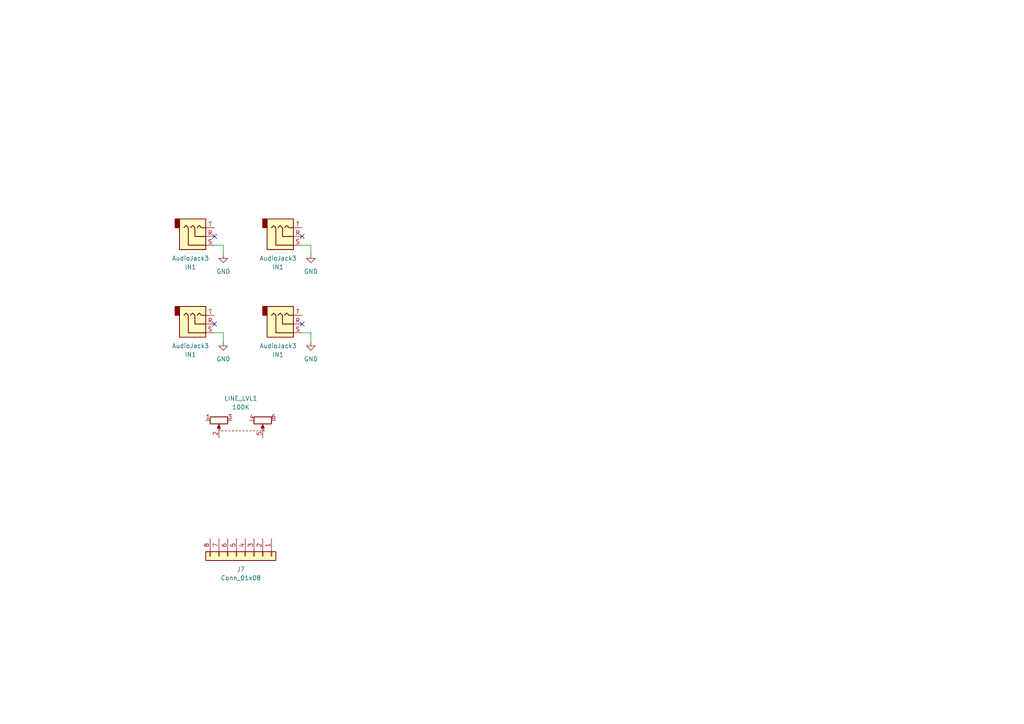
<source format=kicad_sch>
(kicad_sch (version 20230121) (generator eeschema)
  (paper "A4")
  (lib_symbols
    (symbol "Connector-github:AudioJack3"
      (property "Reference" "J" (at 0 8.89 0))
      (property "Value" "AudioJack3" (at 0 6.35 0))
      (symbol "AudioJack3_0_1"
        (rectangle (start -5.08 -5.08) (end -6.35 -2.54) (stroke (width 0.254)) (fill (type outline)))
        (polyline (pts (xy 0 -2.54) (xy 0.635 -3.175) (xy 1.27 -2.54) (xy 2.54 -2.54)) (stroke (width 0.254)))
        (polyline (pts (xy -1.905 -2.54) (xy -1.27 -3.175) (xy -0.635 -2.54) (xy -0.635 0) (xy 2.54 0)) (stroke (width 0.254)))
        (polyline (pts (xy 2.54 2.54) (xy -2.54 2.54) (xy -2.54 -2.54) (xy -3.175 -3.175) (xy -3.81 -2.54)) (stroke (width 0.254)))
        (rectangle (start 2.54 3.81) (end -5.08 -5.08) (stroke (width 0.254)) (fill (type background)))
      )
      (symbol "AudioJack3_1_1"
        (pin passive line (at 5.08 0 180) (length 2.54) (name "~") (number "R"))
        (pin passive line (at 5.08 2.54 180) (length 2.54) (name "~") (number "S"))
        (pin passive line (at 5.08 -2.54 180) (length 2.54) (name "~") (number "T"))
      )
    )
    (symbol "Connector_Generic:Conn_01x08" (pin_names (offset 1.016) hide)
      (property "Reference" "J" (at 0 10.16 0))
      (property "Value" "Conn_01x08" (at 0 -12.7 0))
      (symbol "Conn_01x08_1_1"
        (rectangle (start -1.27 -10.033) (end 0 -10.287) (stroke (width 0.1524)))
        (rectangle (start -1.27 -7.493) (end 0 -7.747) (stroke (width 0.1524)))
        (rectangle (start -1.27 -4.953) (end 0 -5.207) (stroke (width 0.1524)))
        (rectangle (start -1.27 -2.413) (end 0 -2.667) (stroke (width 0.1524)))
        (rectangle (start -1.27 0.127) (end 0 -0.127) (stroke (width 0.1524)))
        (rectangle (start -1.27 2.667) (end 0 2.413) (stroke (width 0.1524)))
        (rectangle (start -1.27 5.207) (end 0 4.953) (stroke (width 0.1524)))
        (rectangle (start -1.27 7.747) (end 0 7.493) (stroke (width 0.1524)))
        (rectangle (start -1.27 8.89) (end 1.27 -11.43) (stroke (width 0.254)) (fill (type background)))
        (pin passive line (at -5.08 7.62 0) (length 3.81) (name "Pin_1") (number "1"))
        (pin passive line (at -5.08 5.08 0) (length 3.81) (name "Pin_2") (number "2"))
        (pin passive line (at -5.08 2.54 0) (length 3.81) (name "Pin_3") (number "3"))
        (pin passive line (at -5.08 0 0) (length 3.81) (name "Pin_4") (number "4"))
        (pin passive line (at -5.08 -2.54 0) (length 3.81) (name "Pin_5") (number "5"))
        (pin passive line (at -5.08 -5.08 0) (length 3.81) (name "Pin_6") (number "6"))
        (pin passive line (at -5.08 -7.62 0) (length 3.81) (name "Pin_7") (number "7"))
        (pin passive line (at -5.08 -10.16 0) (length 3.81) (name "Pin_8") (number "8"))
      )
    )
    (symbol "Device:R_Potentiometer_Dual" (pin_names (offset 1.016) hide)
      (property "Reference" "RV" (at 0 3.81 0))
      (property "Value" "R_Potentiometer_Dual" (at 0 1.905 0))
      (symbol "R_Potentiometer_Dual_0_1"
        (rectangle (start -8.89 -1.524) (end -3.81 -3.556) (stroke (width 0.254)))
        (polyline (pts (xy -6.35 0) (xy -6.35 -1.016)))
        (polyline (pts (xy -6.35 0) (xy -6.35 -1.016)))
        (polyline (pts (xy -6.35 0) (xy -5.842 0.508)))
        (polyline (pts (xy -5.588 0.508) (xy -5.08 0.508)))
        (polyline (pts (xy -4.572 0.508) (xy -4.064 0.508)))
        (polyline (pts (xy -3.556 0.508) (xy -3.048 0.508)))
        (polyline (pts (xy -2.54 0.508) (xy -2.032 0.508)))
        (polyline (pts (xy -1.524 0.508) (xy -1.016 0.508)))
        (polyline (pts (xy -0.508 0.508) (xy 0 0.508)))
        (polyline (pts (xy 0.508 0.508) (xy 1.016 0.508)))
        (polyline (pts (xy 1.524 0.508) (xy 2.032 0.508)))
        (polyline (pts (xy 2.54 0.508) (xy 3.048 0.508)))
        (polyline (pts (xy 3.556 0.508) (xy 4.064 0.508)))
        (polyline (pts (xy 4.572 0.508) (xy 5.08 0.508)))
        (polyline (pts (xy 5.588 0.508) (xy 6.096 0.508)))
        (polyline (pts (xy 6.35 0) (xy 6.35 -1.016)))
        (polyline (pts (xy 6.35 0) (xy 6.35 -1.016)))
        (polyline (pts (xy 6.604 0.508) (xy 6.858 0.508) (xy 6.35 0)))
        (polyline (pts (xy -6.35 -1.397) (xy -6.858 -0.254) (xy -5.842 -0.254) (xy -6.35 -1.397)) (fill (type outline)))
        (polyline (pts (xy 6.35 -1.397) (xy 5.842 -0.254) (xy 6.858 -0.254) (xy 6.35 -1.397)) (fill (type outline)))
        (rectangle (start 3.81 -1.524) (end 8.89 -3.556) (stroke (width 0.254)))
      )
      (symbol "R_Potentiometer_Dual_1_1"
        (pin passive line (at -10.16 -2.54 0) (length 1.27) (name "1") (number "1"))
        (pin passive line (at -6.35 2.54 270) (length 2.54) (name "2") (number "2"))
        (pin passive line (at -2.54 -2.54 180) (length 1.27) (name "3") (number "3"))
        (pin passive line (at 2.54 -2.54 0) (length 1.27) (name "4") (number "4"))
        (pin passive line (at 6.35 2.54 270) (length 2.54) (name "5") (number "5"))
        (pin passive line (at 10.16 -2.54 180) (length 1.27) (name "6") (number "6"))
      )
    )
    (symbol "power:GND" (power) (pin_names (offset 0))
      (property "Value" "GND" (at 0 -3.81 0))
      (symbol "GND_0_1"
        (polyline (pts (xy 0 0) (xy 0 -1.27) (xy 1.27 -1.27) (xy 0 -2.54) (xy -1.27 -1.27) (xy 0 -1.27)))
      )
      (symbol "GND_1_1"
        (pin power_in line (at 0 0 270) (length 0) hide (name "GND") (number "1"))
      )
    )
  )
  (no_connect (at 62.23 93.98))
  (no_connect (at 87.63 68.58))
  (no_connect (at 87.63 93.98))
  (no_connect (at 62.23 68.58))
  (wire (pts (xy 87.63 71.12) (xy 90.17 71.12)))
  (wire (pts (xy 62.23 71.12) (xy 64.77 71.12)))
  (wire (pts (xy 64.77 99.06) (xy 64.77 96.52)))
  (wire (pts (xy 90.17 96.52) (xy 90.17 99.06)))
  (wire (pts (xy 87.63 96.52) (xy 90.17 96.52)))
  (wire (pts (xy 90.17 71.12) (xy 90.17 73.66)))
  (wire (pts (xy 64.77 71.12) (xy 64.77 73.66)))
  (wire (pts (xy 64.77 96.52) (xy 62.23 96.52)))
  (symbol (lib_id "power:GND") (at 90.17 99.06 0) (unit 1)
    (property "Reference" "#PWR050" (effects hide))
    (property "Value" "GND" (at 90.17 104.14 0))
    (instances (project "Mixer-controls" (path "" (reference "#PWR050") (unit 1)) (path "" (reference "#PWR054") (unit 1))))
  )
  (symbol (lib_id "power:GND") (at 90.17 73.66 0) (unit 1)
    (property "Reference" "#PWR049" (effects hide))
    (property "Value" "GND" (at 90.17 78.74 0))
    (instances (project "Mixer-controls" (path "" (reference "#PWR049") (unit 1)) (path "" (reference "#PWR053") (unit 1))))
  )
  (symbol (lib_id "power:GND") (at 64.77 73.66 0) (unit 1)
    (property "Reference" "#PWR047" (effects hide))
    (property "Value" "GND" (at 64.77 78.74 0))
    (instances (project "Mixer-controls" (path "" (reference "#PWR047") (unit 1)) (path "" (reference "#PWR051") (unit 1))))
  )
  (symbol (lib_id "Connector_Generic:Conn_01x08") (at 71.12 161.29 270) (unit 1)
    (property "Reference" "J7" (at 69.85 165.1 90))
    (property "Value" "Conn_01x08" (at 69.85 167.64 90))
    (property "Footprint" "Connector_PinHeader_2.54mm:PinHeader_1x08_P2.54mm_Vertical" (effects hide))
    (instances (project "Mixer-controls" (path "" (reference "J7") (unit 1)) (path "" (reference "J8") (unit 1))))
  )
  (symbol (lib_id "Device:R_Potentiometer_Dual") (at 69.85 124.46 0) (mirror x) (unit 1)
    (property "Reference" "LINE_LVL1" (at 69.85 115.57 0))
    (property "Value" "100K" (at 69.85 118.11 0))
    (property "Footprint" "Library:Potentiometer_Alpha_RD902F-40-00D_Dual_Vertical" (effects hide))
    (instances (project "Mixer-controls" (path "" (reference "LINE_LVL1") (unit 1)) (path "" (reference "LINE_LVL2") (unit 1)) (path "" (reference "FX_LVL1") (unit 1)) (path "" (reference "FX_LVL2") (unit 1))))
  )
  (symbol (lib_id "Connector-github:AudioJack3") (at 57.15 68.58 0) (mirror x) (unit 1)
    (property "Reference" "IN1" (at 55.245 77.47 0))
    (property "Value" "AudioJack3" (at 55.245 74.93 0))
    (property "Footprint" "Library:Jack_3.5mm_QingPu_WQP-PJ398SM_Vertical_CircularHoles" (effects hide))
    (instances (project "Mixer-controls" (path "" (reference "IN1") (unit 1)) (path "" (reference "IN2") (unit 1)) (path "" (reference "IN3") (unit 1)) (path "" (reference "IN4") (unit 1)) (path "" (reference "LINE_IN_R1") (unit 1)) (path "" (reference "LINE_IN_R2") (unit 1)) (path "" (reference "FX_SEND_L1") (unit 1)) (path "" (reference "FX_SEND_L2") (unit 1))))
  )
  (symbol (lib_id "Connector-github:AudioJack3") (at 82.55 68.58 0) (mirror x) (unit 1)
    (property "Reference" "IN1" (at 80.645 77.47 0))
    (property "Value" "AudioJack3" (at 80.645 74.93 0))
    (property "Footprint" "Library:Jack_3.5mm_QingPu_WQP-PJ398SM_Vertical_CircularHoles" (effects hide))
    (instances (project "Mixer-controls" (path "" (reference "IN1") (unit 1)) (path "" (reference "IN2") (unit 1)) (path "" (reference "IN3") (unit 1)) (path "" (reference "IN4") (unit 1)) (path "" (reference "LINE_IN_R1") (unit 1)) (path "" (reference "LINE_IN_R2") (unit 1)) (path "" (reference "FX_SEND_R1") (unit 1)) (path "" (reference "FX_SEND_R2") (unit 1))))
  )
  (symbol (lib_id "Connector-github:AudioJack3") (at 57.15 93.98 0) (mirror x) (unit 1)
    (property "Reference" "IN1" (at 55.245 102.87 0))
    (property "Value" "AudioJack3" (at 55.245 100.33 0))
    (property "Footprint" "Library:Jack_3.5mm_QingPu_WQP-PJ398SM_Vertical_CircularHoles" (effects hide))
    (instances (project "Mixer-controls" (path "" (reference "IN1") (unit 1)) (path "" (reference "IN2") (unit 1)) (path "" (reference "IN3") (unit 1)) (path "" (reference "IN4") (unit 1)) (path "" (reference "LINE_IN_R1") (unit 1)) (path "" (reference "LINE_IN_R2") (unit 1)) (path "" (reference "FX_RETURN_L1") (unit 1)) (path "" (reference "FX_RETURN_L2") (unit 1))))
  )
  (symbol (lib_id "power:GND") (at 64.77 99.06 0) (unit 1)
    (property "Reference" "#PWR048" (effects hide))
    (property "Value" "GND" (at 64.77 104.14 0))
    (instances (project "Mixer-controls" (path "" (reference "#PWR048") (unit 1)) (path "" (reference "#PWR052") (unit 1))))
  )
  (symbol (lib_id "Connector-github:AudioJack3") (at 82.55 93.98 0) (mirror x) (unit 1)
    (property "Reference" "IN1" (at 80.645 102.87 0))
    (property "Value" "AudioJack3" (at 80.645 100.33 0))
    (property "Footprint" "Library:Jack_3.5mm_QingPu_WQP-PJ398SM_Vertical_CircularHoles" (effects hide))
    (instances (project "Mixer-controls" (path "" (reference "IN1") (unit 1)) (path "" (reference "IN2") (unit 1)) (path "" (reference "IN3") (unit 1)) (path "" (reference "IN4") (unit 1)) (path "" (reference "LINE_IN_R1") (unit 1)) (path "" (reference "LINE_IN_R2") (unit 1)) (path "" (reference "FX_RETURN_R1") (unit 1)) (path "" (reference "FX_RETURN_R2") (unit 1))))
  )
)
</source>
